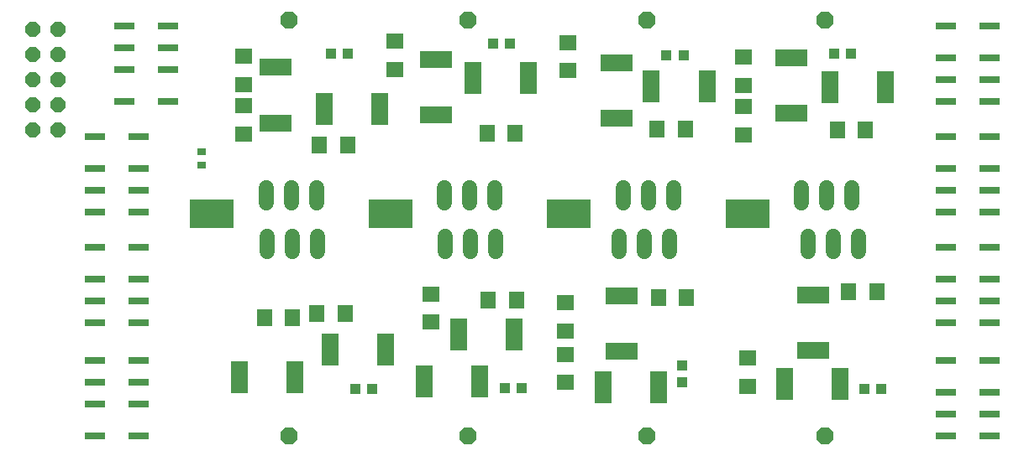
<source format=gbl>
G75*
G70*
%OFA0B0*%
%FSLAX24Y24*%
%IPPOS*%
%LPD*%
%AMOC8*
5,1,8,0,0,1.08239X$1,22.5*
%
%ADD10C,0.0594*%
%ADD11R,0.0394X0.0433*%
%ADD12R,0.0630X0.0710*%
%ADD13R,0.0433X0.0394*%
%ADD14R,0.0710X0.0630*%
%ADD15R,0.0709X0.1260*%
%ADD16R,0.1260X0.0709*%
%ADD17OC8,0.0691*%
%ADD18R,0.1732X0.1181*%
%ADD19OC8,0.0600*%
%ADD20R,0.0354X0.0276*%
%ADD21R,0.0787X0.0315*%
D10*
X010820Y008947D02*
X010820Y009541D01*
X011820Y009541D02*
X011820Y008947D01*
X012820Y008947D02*
X012820Y009541D01*
X012780Y010876D02*
X012780Y011470D01*
X011780Y011470D02*
X011780Y010876D01*
X010780Y010876D02*
X010780Y011470D01*
X017867Y011470D02*
X017867Y010876D01*
X018867Y010876D02*
X018867Y011470D01*
X019867Y011470D02*
X019867Y010876D01*
X019906Y009541D02*
X019906Y008947D01*
X018906Y008947D02*
X018906Y009541D01*
X017906Y009541D02*
X017906Y008947D01*
X024796Y008947D02*
X024796Y009541D01*
X025796Y009541D02*
X025796Y008947D01*
X026796Y008947D02*
X026796Y009541D01*
X026954Y010876D02*
X026954Y011470D01*
X025954Y011470D02*
X025954Y010876D01*
X024954Y010876D02*
X024954Y011470D01*
X032040Y011470D02*
X032040Y010876D01*
X033040Y010876D02*
X033040Y011470D01*
X034040Y011470D02*
X034040Y010876D01*
X034277Y009541D02*
X034277Y008947D01*
X033277Y008947D02*
X033277Y009541D01*
X032277Y009541D02*
X032277Y008947D01*
D11*
X034532Y003472D03*
X035202Y003472D03*
X020934Y003511D03*
X020265Y003511D03*
X014997Y003472D03*
X014328Y003472D03*
X026674Y016740D03*
X027343Y016740D03*
X033312Y016818D03*
X033981Y016818D03*
X020454Y017220D03*
X019784Y017220D03*
X014013Y016826D03*
X013343Y016826D03*
D12*
X019543Y013645D03*
X020663Y013645D03*
X026307Y013811D03*
X027427Y013811D03*
X033449Y013803D03*
X034569Y013803D03*
X035010Y007346D03*
X033890Y007346D03*
X027474Y007110D03*
X026354Y007110D03*
X020710Y007031D03*
X019591Y007031D03*
X013923Y006480D03*
X012803Y006480D03*
X011828Y006311D03*
X010709Y006311D03*
X012906Y013189D03*
X014025Y013189D03*
D13*
X027288Y004417D03*
X027288Y003748D03*
D14*
X029891Y003585D03*
X029891Y004705D03*
X022647Y004863D03*
X022647Y005790D03*
X022647Y006910D03*
X017336Y007264D03*
X017336Y006144D03*
X022647Y003743D03*
X029733Y013585D03*
X029733Y014705D03*
X029733Y015554D03*
X029733Y016674D03*
X022765Y016144D03*
X022765Y017264D03*
X015875Y017304D03*
X015875Y016184D03*
X009891Y016713D03*
X009891Y015593D03*
X009891Y014744D03*
X009891Y013625D03*
D15*
X013080Y014618D03*
X015284Y014618D03*
X018985Y015838D03*
X021190Y015838D03*
X026072Y015523D03*
X028277Y015523D03*
X033158Y015484D03*
X035363Y015484D03*
X020639Y005641D03*
X018434Y005641D03*
X015521Y005051D03*
X013316Y005051D03*
X011938Y003948D03*
X009733Y003948D03*
X017056Y003791D03*
X019261Y003791D03*
X024143Y003555D03*
X026347Y003555D03*
X031347Y003673D03*
X033552Y003673D03*
D16*
X032489Y005011D03*
X032489Y007216D03*
X024891Y007177D03*
X024891Y004972D03*
X011151Y014067D03*
X011151Y016271D03*
X017528Y016586D03*
X017528Y014381D03*
X024694Y014263D03*
X024694Y016468D03*
X031623Y016665D03*
X031623Y014460D03*
D17*
X032962Y018161D03*
X025875Y018161D03*
X018788Y018161D03*
X011702Y018161D03*
X011702Y001626D03*
X018788Y001626D03*
X025875Y001626D03*
X032962Y001626D03*
D18*
X029891Y010444D03*
X022804Y010444D03*
X015717Y010444D03*
X008631Y010444D03*
D19*
X002517Y013799D03*
X001517Y013799D03*
X001517Y014799D03*
X002517Y014799D03*
X002517Y015799D03*
X001517Y015799D03*
X001517Y016799D03*
X002517Y016799D03*
X002517Y017799D03*
X001517Y017799D03*
D20*
X008237Y012905D03*
X008237Y012393D03*
D21*
X003985Y001626D03*
X005717Y001626D03*
X005717Y002885D03*
X003985Y002885D03*
X003985Y003752D03*
X003985Y004618D03*
X005717Y004618D03*
X005717Y003752D03*
X005717Y006114D03*
X005717Y006980D03*
X005717Y007846D03*
X003985Y007846D03*
X003985Y006980D03*
X003985Y006114D03*
X003985Y009106D03*
X005717Y009106D03*
X005717Y010523D03*
X005717Y011389D03*
X003985Y011389D03*
X003985Y010523D03*
X003985Y012255D03*
X005717Y012255D03*
X005717Y013515D03*
X003985Y013515D03*
X005166Y014933D03*
X006899Y014933D03*
X006899Y016193D03*
X006899Y017059D03*
X006899Y017925D03*
X005166Y017925D03*
X005166Y017059D03*
X005166Y016193D03*
X037765Y015799D03*
X037765Y016665D03*
X039497Y016665D03*
X039497Y015799D03*
X039497Y014933D03*
X037765Y014933D03*
X037765Y013515D03*
X039497Y013515D03*
X039497Y012255D03*
X037765Y012255D03*
X037765Y011389D03*
X037765Y010523D03*
X039497Y010523D03*
X039497Y011389D03*
X039497Y009106D03*
X037765Y009106D03*
X037765Y007846D03*
X037765Y006980D03*
X037765Y006114D03*
X039497Y006114D03*
X039497Y006980D03*
X039497Y007846D03*
X039497Y004618D03*
X037765Y004618D03*
X037765Y003358D03*
X039497Y003358D03*
X039497Y002492D03*
X039497Y001626D03*
X037765Y001626D03*
X037765Y002492D03*
X037765Y017925D03*
X039497Y017925D03*
M02*

</source>
